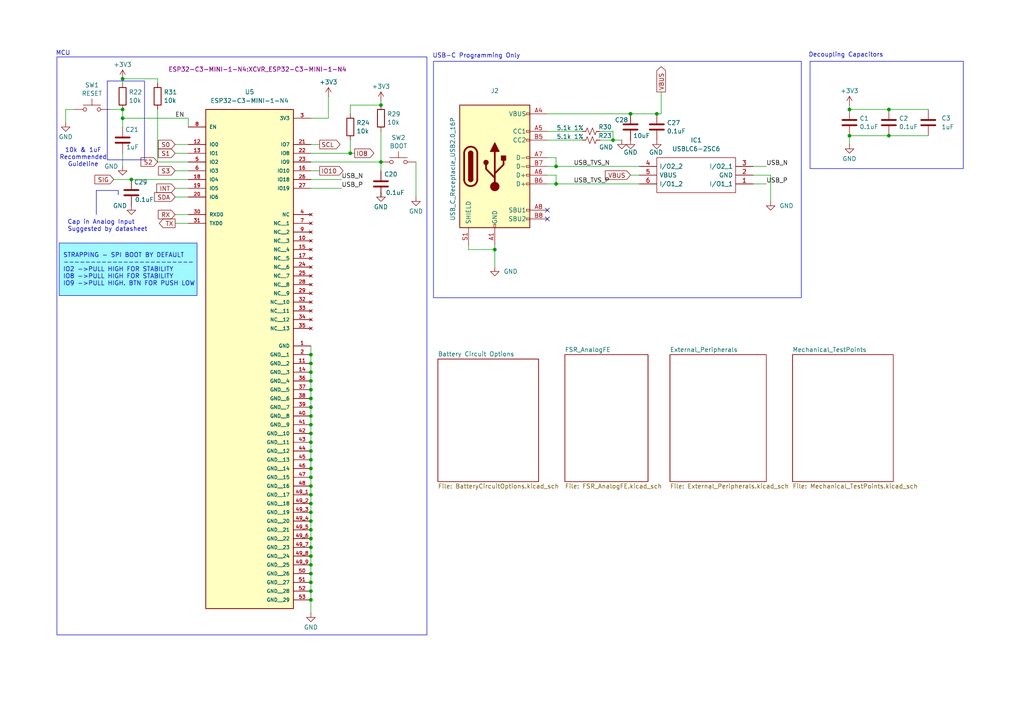
<source format=kicad_sch>
(kicad_sch (version 20250114) (generator "eeschema") (generator_version "9.0")
  (paper "A4")
  (title_block (title "Suela Instrumentada v0.3") (company "GEAR - FPUNE"))
  (lib_symbols
    (symbol "Connector:USB_C_Receptacle_USB2.0_16P" (pin_names (offset 1.016))
      (property "Reference" "J" (at 0 22.225 0))
      (property "Value" "USB_C_Receptacle_USB2.0_16P" (at 0 19.685 0))
      (symbol "USB_C_Receptacle_USB2.0_16P_0_0"
        (rectangle (start -0.254 -17.78) (end 0.254 -16.764))
        (rectangle (start 10.16 15.494) (end 9.144 14.986))
        (rectangle (start 10.16 10.414) (end 9.144 9.906))
        (rectangle (start 10.16 7.874) (end 9.144 7.366))
        (rectangle (start 10.16 2.794) (end 9.144 2.286))
        (rectangle (start 10.16 0.254) (end 9.144 -0.254))
        (rectangle (start 10.16 -2.286) (end 9.144 -2.794))
        (rectangle (start 10.16 -4.826) (end 9.144 -5.334))
        (rectangle (start 10.16 -12.446) (end 9.144 -12.954))
        (rectangle (start 10.16 -14.986) (end 9.144 -15.494))
      )
      (symbol "USB_C_Receptacle_USB2.0_16P_0_1"
        (rectangle (start -10.16 17.78) (end 10.16 -17.78) (stroke (width 0.254)) (fill (type background)))
        (polyline (pts (xy -8.89 -3.81) (xy -8.89 3.81)) (stroke (width 0.508)))
        (rectangle (start -7.62 -3.81) (end -6.35 3.81) (stroke (width 0.254)) (fill (type outline)))
        (arc (start -7.62 3.81) (mid -6.985 4.4423) (end -6.35 3.81) (stroke (width 0.254)))
        (arc (start -7.62 3.81) (mid -6.985 4.4423) (end -6.35 3.81) (stroke (width 0.254)) (fill (type outline)))
        (arc (start -8.89 3.81) (mid -6.985 5.7067) (end -5.08 3.81) (stroke (width 0.508)))
        (arc (start -5.08 -3.81) (mid -6.985 -5.7067) (end -8.89 -3.81) (stroke (width 0.508)))
        (arc (start -6.35 -3.81) (mid -6.985 -4.4423) (end -7.62 -3.81) (stroke (width 0.254)))
        (arc (start -6.35 -3.81) (mid -6.985 -4.4423) (end -7.62 -3.81) (stroke (width 0.254)) (fill (type outline)))
        (polyline (pts (xy -5.08 3.81) (xy -5.08 -3.81)) (stroke (width 0.508)))
        (circle (center -2.54 1.143) (radius 0.635) (stroke (width 0.254)) (fill (type outline)))
        (polyline (pts (xy -1.27 4.318) (xy 0 6.858) (xy 1.27 4.318) (xy -1.27 4.318)) (stroke (width 0.254)) (fill (type outline)))
        (polyline (pts (xy 0 -2.032) (xy 2.54 0.508) (xy 2.54 1.778)) (stroke (width 0.508)))
        (polyline (pts (xy 0 -3.302) (xy -2.54 -0.762) (xy -2.54 0.508)) (stroke (width 0.508)))
        (polyline (pts (xy 0 -5.842) (xy 0 4.318)) (stroke (width 0.508)))
        (circle (center 0 -5.842) (radius 1.27) (fill (type outline)))
        (rectangle (start 1.905 1.778) (end 3.175 3.048) (stroke (width 0.254)) (fill (type outline)))
      )
      (symbol "USB_C_Receptacle_USB2.0_16P_1_1"
        (pin passive line (at -7.62 -22.86 90) (length 5.08) (name "SHIELD") (number "S1"))
        (pin passive line (at 0 -22.86 90) (length 5.08) (name "GND") (number "A1"))
        (pin passive line (at 0 -22.86 90) (length 5.08) (hide yes) (name "GND") (number "A12"))
        (pin passive line (at 0 -22.86 90) (length 5.08) (hide yes) (name "GND") (number "B1"))
        (pin passive line (at 0 -22.86 90) (length 5.08) (hide yes) (name "GND") (number "B12"))
        (pin passive line (at 15.24 15.24 180) (length 5.08) (name "VBUS") (number "A4"))
        (pin passive line (at 15.24 15.24 180) (length 5.08) (hide yes) (name "VBUS") (number "A9"))
        (pin passive line (at 15.24 15.24 180) (length 5.08) (hide yes) (name "VBUS") (number "B4"))
        (pin passive line (at 15.24 15.24 180) (length 5.08) (hide yes) (name "VBUS") (number "B9"))
        (pin bidirectional line (at 15.24 10.16 180) (length 5.08) (name "CC1") (number "A5"))
        (pin bidirectional line (at 15.24 7.62 180) (length 5.08) (name "CC2") (number "B5"))
        (pin bidirectional line (at 15.24 2.54 180) (length 5.08) (name "D-") (number "A7"))
        (pin bidirectional line (at 15.24 0 180) (length 5.08) (name "D-") (number "B7"))
        (pin bidirectional line (at 15.24 -2.54 180) (length 5.08) (name "D+") (number "A6"))
        (pin bidirectional line (at 15.24 -5.08 180) (length 5.08) (name "D+") (number "B6"))
        (pin bidirectional line (at 15.24 -12.7 180) (length 5.08) (name "SBU1") (number "A8"))
        (pin bidirectional line (at 15.24 -15.24 180) (length 5.08) (name "SBU2") (number "B8"))
      )
    )
    (symbol "Device:C" (pin_numbers (hide yes)) (pin_names (offset 0.254))
      (property "Reference" "C" (at 0.635 2.54 0))
      (property "Value" "C" (at 0.635 -2.54 0))
      (symbol "C_0_1"
        (polyline (pts (xy -2.032 0.762) (xy 2.032 0.762)) (stroke (width 0.508)))
        (polyline (pts (xy -2.032 -0.762) (xy 2.032 -0.762)) (stroke (width 0.508)))
      )
      (symbol "C_1_1"
        (pin passive line (at 0 3.81 270) (length 2.794) (name "~") (number "1"))
        (pin passive line (at 0 -3.81 90) (length 2.794) (name "~") (number "2"))
      )
    )
    (symbol "Device:R" (pin_numbers (hide yes)) (pin_names (offset 0))
      (property "Reference" "R" (at 2.032 0 90))
      (property "Value" "R" (at 0 0 90))
      (symbol "R_0_1"
        (rectangle (start -1.016 -2.54) (end 1.016 2.54) (stroke (width 0.254)))
      )
      (symbol "R_1_1"
        (pin passive line (at 0 3.81 270) (length 1.27) (name "~") (number "1"))
        (pin passive line (at 0 -3.81 90) (length 1.27) (name "~") (number "2"))
      )
    )
    (symbol "Device:R_Small_US" (pin_numbers (hide yes)) (pin_names (offset 0.254) (hide yes))
      (property "Reference" "R" (at 0.762 0.508 0))
      (property "Value" "R_Small_US" (at 0.762 -1.016 0))
      (symbol "R_Small_US_1_1"
        (polyline (pts (xy 0 1.524) (xy 1.016 1.143) (xy 0 0.762) (xy -1.016 0.381) (xy 0 0)))
        (polyline (pts (xy 0 0) (xy 1.016 -0.381) (xy 0 -0.762) (xy -1.016 -1.143) (xy 0 -1.524)))
        (pin passive line (at 0 2.54 270) (length 1.016) (name "~") (number "1"))
        (pin passive line (at 0 -2.54 90) (length 1.016) (name "~") (number "2"))
      )
    )
    (symbol "ESP32-C3-MINI-1-N4_1" (pin_names (offset 1.016))
      (property "Reference" "U" (at -12.7 18.796 0))
      (property "Value" "ESP32-C3-MINI-1-N4" (at -12.7 -129.54 0))
      (symbol "ESP32-C3-MINI-1-N4_1_0_0"
        (rectangle (start -12.7 -127) (end 12.7 17.78) (stroke (width 0.254)) (fill (type background)))
        (pin input line (at -17.78 12.7 0) (length 5.08) (name "EN") (number "8"))
        (pin bidirectional line (at -17.78 7.62 0) (length 5.08) (name "IO0") (number "12"))
        (pin bidirectional line (at -17.78 5.08 0) (length 5.08) (name "IO1") (number "13"))
        (pin bidirectional line (at -17.78 2.54 0) (length 5.08) (name "IO2") (number "5"))
        (pin bidirectional line (at -17.78 0 0) (length 5.08) (name "IO3") (number "6"))
        (pin bidirectional line (at -17.78 -2.54 0) (length 5.08) (name "IO4") (number "18"))
        (pin bidirectional line (at -17.78 -5.08 0) (length 5.08) (name "IO5") (number "19"))
        (pin bidirectional line (at -17.78 -7.62 0) (length 5.08) (name "IO6") (number "20"))
        (pin bidirectional line (at -17.78 -12.7 0) (length 5.08) (name "RXD0") (number "30"))
        (pin bidirectional line (at -17.78 -15.24 0) (length 5.08) (name "TXD0") (number "31"))
        (pin power_in line (at 17.78 15.24 180) (length 5.08) (name "3V3") (number "3"))
        (pin bidirectional line (at 17.78 7.62 180) (length 5.08) (name "IO7") (number "21"))
        (pin bidirectional line (at 17.78 5.08 180) (length 5.08) (name "IO8") (number "22"))
        (pin bidirectional line (at 17.78 2.54 180) (length 5.08) (name "IO9") (number "23"))
        (pin bidirectional line (at 17.78 0 180) (length 5.08) (name "IO10") (number "16"))
        (pin bidirectional line (at 17.78 -2.54 180) (length 5.08) (name "IO18") (number "26"))
        (pin bidirectional line (at 17.78 -5.08 180) (length 5.08) (name "IO19") (number "27"))
        (pin no_connect line (at 17.78 -12.7 180) (length 5.08) (name "NC") (number "4"))
        (pin no_connect line (at 17.78 -15.24 180) (length 5.08) (name "NC__1") (number "7"))
        (pin no_connect line (at 17.78 -17.78 180) (length 5.08) (name "NC__2") (number "9"))
        (pin no_connect line (at 17.78 -20.32 180) (length 5.08) (name "NC__3") (number "10"))
        (pin no_connect line (at 17.78 -22.86 180) (length 5.08) (name "NC__4") (number "15"))
        (pin no_connect line (at 17.78 -25.4 180) (length 5.08) (name "NC__5") (number "17"))
        (pin no_connect line (at 17.78 -27.94 180) (length 5.08) (name "NC__6") (number "24"))
        (pin no_connect line (at 17.78 -30.48 180) (length 5.08) (name "NC__7") (number "25"))
        (pin no_connect line (at 17.78 -33.02 180) (length 5.08) (name "NC__8") (number "28"))
        (pin no_connect line (at 17.78 -35.56 180) (length 5.08) (name "NC__9") (number "29"))
        (pin no_connect line (at 17.78 -38.1 180) (length 5.08) (name "NC__10") (number "32"))
        (pin no_connect line (at 17.78 -40.64 180) (length 5.08) (name "NC__11") (number "33"))
        (pin no_connect line (at 17.78 -43.18 180) (length 5.08) (name "NC__12") (number "34"))
        (pin no_connect line (at 17.78 -45.72 180) (length 5.08) (name "NC__13") (number "35"))
        (pin power_in line (at 17.78 -50.8 180) (length 5.08) (name "GND") (number "1"))
        (pin power_in line (at 17.78 -53.34 180) (length 5.08) (name "GND__1") (number "2"))
        (pin power_in line (at 17.78 -55.88 180) (length 5.08) (name "GND__2") (number "11"))
        (pin power_in line (at 17.78 -58.42 180) (length 5.08) (name "GND__3") (number "14"))
        (pin power_in line (at 17.78 -60.96 180) (length 5.08) (name "GND__4") (number "36"))
        (pin power_in line (at 17.78 -63.5 180) (length 5.08) (name "GND__5") (number "37"))
        (pin power_in line (at 17.78 -66.04 180) (length 5.08) (name "GND__6") (number "38"))
        (pin power_in line (at 17.78 -68.58 180) (length 5.08) (name "GND__7") (number "39"))
        (pin power_in line (at 17.78 -71.12 180) (length 5.08) (name "GND__8") (number "40"))
        (pin power_in line (at 17.78 -73.66 180) (length 5.08) (name "GND__9") (number "41"))
        (pin power_in line (at 17.78 -76.2 180) (length 5.08) (name "GND__10") (number "42"))
        (pin power_in line (at 17.78 -78.74 180) (length 5.08) (name "GND__11") (number "43"))
        (pin power_in line (at 17.78 -81.28 180) (length 5.08) (name "GND__12") (number "44"))
        (pin power_in line (at 17.78 -83.82 180) (length 5.08) (name "GND__13") (number "45"))
        (pin power_in line (at 17.78 -86.36 180) (length 5.08) (name "GND__14") (number "46"))
        (pin power_in line (at 17.78 -88.9 180) (length 5.08) (name "GND__15") (number "47"))
        (pin power_in line (at 17.78 -91.44 180) (length 5.08) (name "GND__16") (number "48"))
        (pin power_in line (at 17.78 -93.98 180) (length 5.08) (name "GND__17") (number "49_1"))
        (pin power_in line (at 17.78 -96.52 180) (length 5.08) (name "GND__18") (number "49_2"))
        (pin power_in line (at 17.78 -99.06 180) (length 5.08) (name "GND__19") (number "49_3"))
        (pin power_in line (at 17.78 -101.6 180) (length 5.08) (name "GND__20") (number "49_4"))
        (pin power_in line (at 17.78 -104.14 180) (length 5.08) (name "GND__21") (number "49_5"))
        (pin power_in line (at 17.78 -106.68 180) (length 5.08) (name "GND__22") (number "49_6"))
        (pin power_in line (at 17.78 -109.22 180) (length 5.08) (name "GND__23") (number "49_7"))
        (pin power_in line (at 17.78 -111.76 180) (length 5.08) (name "GND__24") (number "49_8"))
        (pin power_in line (at 17.78 -114.3 180) (length 5.08) (name "GND__25") (number "49_9"))
        (pin power_in line (at 17.78 -116.84 180) (length 5.08) (name "GND__26") (number "50"))
        (pin power_in line (at 17.78 -119.38 180) (length 5.08) (name "GND__27") (number "51"))
        (pin power_in line (at 17.78 -121.92 180) (length 5.08) (name "GND__28") (number "52"))
        (pin power_in line (at 17.78 -124.46 180) (length 5.08) (name "GND__29") (number "53"))
      )
    )
    (symbol "Switch:SW_Push" (pin_numbers (hide yes)) (pin_names (offset 1.016) (hide yes))
      (property "Reference" "SW" (at 1.27 2.54 0))
      (property "Value" "SW_Push" (at 0 -1.524 0))
      (symbol "SW_Push_0_1"
        (circle (center -2.032 0) (radius 0.508))
        (polyline (pts (xy 0 1.27) (xy 0 3.048)))
        (circle (center 2.032 0) (radius 0.508))
        (polyline (pts (xy 2.54 1.27) (xy -2.54 1.27)))
        (pin passive line (at -5.08 0 0) (length 2.54) (name "1") (number "1"))
        (pin passive line (at 5.08 0 180) (length 2.54) (name "2") (number "2"))
      )
    )
    (symbol "USBLC6-2SC6:USBLC6-2SC6" (pin_names (offset 0.762))
      (property "Reference" "IC" (at 29.21 7.62 0))
      (property "Value" "USBLC6-2SC6" (at 29.21 5.08 0))
      (symbol "USBLC6-2SC6_0_0"
        (pin passive line (at 0 0 0) (length 5.08) (name "I/O1_1") (number "1"))
        (pin passive line (at 0 -2.54 0) (length 5.08) (name "GND") (number "2"))
        (pin passive line (at 0 -5.08 0) (length 5.08) (name "I/O2_1") (number "3"))
        (pin passive line (at 33.02 0 180) (length 5.08) (name "I/O1_2") (number "6"))
        (pin passive line (at 33.02 -2.54 180) (length 5.08) (name "VBUS") (number "5"))
        (pin passive line (at 33.02 -5.08 180) (length 5.08) (name "I/O2_2") (number "4"))
      )
      (symbol "USBLC6-2SC6_0_1"
        (polyline (pts (xy 5.08 2.54) (xy 27.94 2.54) (xy 27.94 -7.62) (xy 5.08 -7.62) (xy 5.08 2.54)) (stroke (width 0.1524)))
      )
    )
    (symbol "power:+3V3" (power) (pin_numbers (hide yes)) (pin_names (offset 0) (hide yes))
      (property "Value" "+3V3" (at 0 3.556 0))
      (symbol "+3V3_0_1"
        (polyline (pts (xy -0.762 1.27) (xy 0 2.54)))
        (polyline (pts (xy 0 2.54) (xy 0.762 1.27)))
        (polyline (pts (xy 0 0) (xy 0 2.54)))
      )
      (symbol "+3V3_1_1"
        (pin power_in line (at 0 0 90) (length 0) (name "~") (number "1"))
      )
    )
    (symbol "power:GND" (power) (pin_numbers (hide yes)) (pin_names (offset 0) (hide yes))
      (property "Value" "GND" (at 0 -3.81 0))
      (symbol "GND_0_1"
        (polyline (pts (xy 0 0) (xy 0 -1.27) (xy 1.27 -1.27) (xy 0 -2.54) (xy -1.27 -1.27) (xy 0 -1.27)))
      )
      (symbol "GND_1_1"
        (pin power_in line (at 0 0 270) (length 0) (name "~") (number "1"))
      )
    )
  )
  (rectangle (start 17.145 70.485) (end 57.15 85.725) (fill (type color) (color 159 249 255 1)))
  (rectangle (start 234.95 17.78) (end 279.4 48.895))
  (rectangle (start 16.51 16.51) (end 123.825 184.15))
  (rectangle (start 31.115 23.495) (end 41.91 46.355))
  (rectangle (start 125.73 17.78) (end 232.41 86.36))
  (text "USB-C Programming Only" (at 138.176 16.256 0) (effects (font (size 1.27 1.27))))
  (text "STRAPPING - SPI BOOT BY DEFAULT\n------------------------\nIO2 ->PULL HIGH FOR STABILITY\nIO8 ->PULL HIGH FOR STABILITY\nIO9 ->PULL HIGH. BTN FOR PUSH LOW\n" (at 18.288 78.232 0) (effects (font (size 1.27 1.27)) (justify left)))
  (text "MCU" (at 18.288 15.494 0) (effects (font (size 1.27 1.27))))
  (text "10k & 1uF\nRecommended\nGuideline\n" (at 24.13 45.72 0) (effects (font (size 1.27 1.27))))
  (text "Cap in Analog Input\nSuggested by datasheet\n" (at 19.558 65.532 0) (effects (font (size 1.27 1.27)) (justify left)))
  (text "Decoupling Capacitors\n" (at 245.364 16.002 0) (effects (font (size 1.27 1.27))))
  (junction (at 90.17 140.97))
  (junction (at 110.49 30.48))
  (junction (at 110.49 46.99))
  (junction (at 90.17 115.57))
  (junction (at 90.17 105.41))
  (junction (at 182.88 33.02))
  (junction (at 90.17 107.95))
  (junction (at 90.17 123.19))
  (junction (at 161.29 48.26))
  (junction (at 90.17 130.81))
  (junction (at 90.17 163.83))
  (junction (at 90.17 135.89))
  (junction (at 143.51 72.39))
  (junction (at 190.5 33.02))
  (junction (at 90.17 125.73))
  (junction (at 246.38 39.37))
  (junction (at 90.17 146.05))
  (junction (at 35.56 34.29))
  (junction (at 90.17 148.59))
  (junction (at 246.38 31.75))
  (junction (at 35.56 31.75))
  (junction (at 90.17 151.13))
  (junction (at 257.81 39.37))
  (junction (at 177.8 40.64))
  (junction (at 90.17 168.91))
  (junction (at 90.17 102.87))
  (junction (at 90.17 138.43))
  (junction (at 90.17 171.45))
  (junction (at 90.17 173.99))
  (junction (at 90.17 128.27))
  (junction (at 90.17 113.03))
  (junction (at 257.81 31.75))
  (junction (at 35.56 22.86))
  (junction (at 90.17 166.37))
  (junction (at 90.17 156.21))
  (junction (at 38.1 52.07))
  (junction (at 90.17 143.51))
  (junction (at 90.17 120.65))
  (junction (at 90.17 133.35))
  (junction (at 90.17 110.49))
  (junction (at 90.17 158.75))
  (junction (at 90.17 118.11))
  (junction (at 161.29 53.34))
  (junction (at 90.17 153.67))
  (junction (at 101.6 44.45))
  (junction (at 90.17 161.29))
  (no_connect (at 158.75 63.5))
  (no_connect (at 158.75 60.96))
  (wire (pts (xy 90.17 100.33) (xy 90.17 102.87)))
  (wire (pts (xy 257.81 39.37) (xy 269.24 39.37)))
  (wire (pts (xy 246.38 30.48) (xy 246.38 31.75)))
  (wire (pts (xy 101.6 40.64) (xy 101.6 44.45)))
  (wire (pts (xy 110.49 29.21) (xy 110.49 30.48)))
  (wire (pts (xy 246.38 41.91) (xy 246.38 39.37)))
  (wire (pts (xy 161.29 48.26) (xy 185.42 48.26)))
  (wire (pts (xy 90.17 133.35) (xy 90.17 135.89)))
  (wire (pts (xy 177.8 40.64) (xy 177.8 38.1)))
  (wire (pts (xy 246.38 31.75) (xy 257.81 31.75)))
  (wire (pts (xy 90.17 115.57) (xy 90.17 118.11)))
  (wire (pts (xy 90.17 158.75) (xy 90.17 161.29)))
  (wire (pts (xy 102.87 44.45) (xy 101.6 44.45)))
  (wire (pts (xy 90.17 102.87) (xy 90.17 105.41)))
  (wire (pts (xy 90.17 146.05) (xy 90.17 148.59)))
  (wire (pts (xy 50.8 41.91) (xy 54.61 41.91)))
  (wire (pts (xy 218.44 50.8) (xy 223.52 50.8)))
  (wire (pts (xy 19.05 31.75) (xy 19.05 35.56)))
  (wire (pts (xy 50.8 64.77) (xy 54.61 64.77)))
  (wire (pts (xy 161.29 53.34) (xy 161.29 50.8)))
  (wire (pts (xy 143.51 71.12) (xy 143.51 72.39)))
  (wire (pts (xy 90.17 140.97) (xy 90.17 143.51)))
  (wire (pts (xy 177.8 40.64) (xy 180.34 40.64)))
  (wire (pts (xy 223.52 50.8) (xy 223.52 58.42)))
  (wire (pts (xy 95.25 34.29) (xy 90.17 34.29)))
  (wire (pts (xy 182.88 50.8) (xy 185.42 50.8)))
  (wire (pts (xy 90.17 138.43) (xy 90.17 140.97)))
  (wire (pts (xy 90.17 156.21) (xy 90.17 158.75)))
  (wire (pts (xy 95.25 27.94) (xy 95.25 34.29)))
  (wire (pts (xy 90.17 118.11) (xy 90.17 120.65)))
  (wire (pts (xy 90.17 153.67) (xy 90.17 156.21)))
  (wire (pts (xy 90.17 105.41) (xy 90.17 107.95)))
  (wire (pts (xy 222.25 53.34) (xy 218.44 53.34)))
  (wire (pts (xy 45.72 31.75) (xy 45.72 46.99)))
  (wire (pts (xy 90.17 143.51) (xy 90.17 146.05)))
  (wire (pts (xy 182.88 33.02) (xy 190.5 33.02)))
  (wire (pts (xy 90.17 113.03) (xy 90.17 115.57)))
  (polyline (pts (xy 27.94 62.23) (xy 27.94 55.245)))
  (wire (pts (xy 173.99 40.64) (xy 177.8 40.64)))
  (wire (pts (xy 38.1 52.07) (xy 54.61 52.07)))
  (wire (pts (xy 110.49 46.99) (xy 110.49 49.53)))
  (wire (pts (xy 191.77 26.67) (xy 191.77 33.02)))
  (wire (pts (xy 90.17 171.45) (xy 90.17 173.99)))
  (wire (pts (xy 35.56 34.29) (xy 35.56 36.83)))
  (wire (pts (xy 168.91 38.1) (xy 158.75 38.1)))
  (wire (pts (xy 92.71 49.53) (xy 90.17 49.53)))
  (wire (pts (xy 158.75 50.8) (xy 161.29 50.8)))
  (wire (pts (xy 90.17 161.29) (xy 90.17 163.83)))
  (wire (pts (xy 35.56 22.86) (xy 35.56 24.13)))
  (wire (pts (xy 101.6 33.02) (xy 101.6 30.48)))
  (wire (pts (xy 92.71 41.91) (xy 90.17 41.91)))
  (wire (pts (xy 90.17 130.81) (xy 90.17 133.35)))
  (wire (pts (xy 158.75 53.34) (xy 161.29 53.34)))
  (wire (pts (xy 110.49 57.15) (xy 110.49 55.88)))
  (wire (pts (xy 90.17 125.73) (xy 90.17 128.27)))
  (wire (pts (xy 35.56 31.75) (xy 35.56 34.29)))
  (wire (pts (xy 161.29 53.34) (xy 185.42 53.34)))
  (wire (pts (xy 191.77 33.02) (xy 190.5 33.02)))
  (wire (pts (xy 50.8 44.45) (xy 54.61 44.45)))
  (wire (pts (xy 90.17 46.99) (xy 110.49 46.99)))
  (wire (pts (xy 54.61 34.29) (xy 54.61 36.83)))
  (wire (pts (xy 90.17 128.27) (xy 90.17 130.81)))
  (wire (pts (xy 143.51 77.47) (xy 143.51 72.39)))
  (wire (pts (xy 222.25 48.26) (xy 218.44 48.26)))
  (wire (pts (xy 50.8 57.15) (xy 54.61 57.15)))
  (wire (pts (xy 50.8 54.61) (xy 54.61 54.61)))
  (polyline (pts (xy 34.29 55.245) (xy 34.29 56.515)))
  (wire (pts (xy 35.56 48.26) (xy 35.56 44.45)))
  (wire (pts (xy 143.51 72.39) (xy 135.89 72.39)))
  (wire (pts (xy 135.89 71.12) (xy 135.89 72.39)))
  (wire (pts (xy 35.56 34.29) (xy 54.61 34.29)))
  (wire (pts (xy 90.17 168.91) (xy 90.17 171.45)))
  (wire (pts (xy 90.17 123.19) (xy 90.17 125.73)))
  (wire (pts (xy 90.17 151.13) (xy 90.17 153.67)))
  (wire (pts (xy 50.8 62.23) (xy 54.61 62.23)))
  (wire (pts (xy 19.05 31.75) (xy 21.59 31.75)))
  (wire (pts (xy 90.17 107.95) (xy 90.17 110.49)))
  (wire (pts (xy 90.17 166.37) (xy 90.17 168.91)))
  (polyline (pts (xy 27.94 55.245) (xy 34.29 55.245)))
  (wire (pts (xy 99.06 54.61) (xy 90.17 54.61)))
  (wire (pts (xy 246.38 39.37) (xy 257.81 39.37)))
  (wire (pts (xy 101.6 44.45) (xy 90.17 44.45)))
  (wire (pts (xy 168.91 40.64) (xy 158.75 40.64)))
  (wire (pts (xy 31.75 31.75) (xy 35.56 31.75)))
  (wire (pts (xy 90.17 148.59) (xy 90.17 151.13)))
  (wire (pts (xy 110.49 38.1) (xy 110.49 46.99)))
  (wire (pts (xy 45.72 46.99) (xy 54.61 46.99)))
  (wire (pts (xy 257.81 31.75) (xy 269.24 31.75)))
  (wire (pts (xy 101.6 30.48) (xy 110.49 30.48)))
  (wire (pts (xy 161.29 48.26) (xy 161.29 45.72)))
  (wire (pts (xy 90.17 163.83) (xy 90.17 166.37)))
  (wire (pts (xy 90.17 135.89) (xy 90.17 138.43)))
  (wire (pts (xy 90.17 173.99) (xy 90.17 177.8)))
  (wire (pts (xy 50.8 49.53) (xy 54.61 49.53)))
  (wire (pts (xy 158.75 48.26) (xy 161.29 48.26)))
  (wire (pts (xy 158.75 45.72) (xy 161.29 45.72)))
  (wire (pts (xy 90.17 110.49) (xy 90.17 113.03)))
  (wire (pts (xy 45.72 24.13) (xy 45.72 22.86)))
  (wire (pts (xy 182.88 33.02) (xy 158.75 33.02)))
  (wire (pts (xy 99.06 52.07) (xy 90.17 52.07)))
  (wire (pts (xy 90.17 120.65) (xy 90.17 123.19)))
  (wire (pts (xy 45.72 22.86) (xy 35.56 22.86)))
  (wire (pts (xy 173.99 38.1) (xy 177.8 38.1)))
  (wire (pts (xy 120.65 57.15) (xy 120.65 46.99)))
  (wire (pts (xy 33.02 52.07) (xy 38.1 52.07)))
  (label "EN" (at 50.8 34.29 0))
  (label "USB_TVS_N" (at 166.37 48.26 0))
  (label "USB_TVS_P" (at 166.37 53.34 0))
  (label "USB_N" (at 99.06 52.07 0))
  (label "USB_P" (at 222.25 53.34 0))
  (label "USB_P" (at 99.06 54.61 0))
  (label "USB_N" (at 222.25 48.26 0))
  (global_label "VBUS" (shape input) (at 182.88 50.8 180) (property "Intersheetrefs" "${INTERSHEET_REFS}" (effects (hide yes))))
  (global_label "TX" (shape output) (at 50.8 64.77 180) (property "Intersheetrefs" "${INTERSHEET_REFS}" (effects (hide yes))))
  (global_label "IO10" (shape output) (at 92.71 49.53 0) (property "Intersheetrefs" "${INTERSHEET_REFS}" (effects (hide yes))))
  (global_label "IO8" (shape output) (at 102.87 44.45 0) (property "Intersheetrefs" "${INTERSHEET_REFS}" (effects (hide yes))))
  (global_label "INT" (shape input) (at 50.8 54.61 180) (property "Intersheetrefs" "${INTERSHEET_REFS}" (effects (hide yes))))
  (global_label "S1" (shape input) (at 50.8 44.45 180) (property "Intersheetrefs" "${INTERSHEET_REFS}" (effects (hide yes))))
  (global_label "S2" (shape input) (at 45.72 46.99 180) (property "Intersheetrefs" "${INTERSHEET_REFS}" (effects (hide yes))))
  (global_label "S0" (shape input) (at 50.8 41.91 180) (property "Intersheetrefs" "${INTERSHEET_REFS}" (effects (hide yes))))
  (global_label "SDA" (shape input) (at 50.8 57.15 180) (property "Intersheetrefs" "${INTERSHEET_REFS}" (effects (hide yes))))
  (global_label "SIG" (shape input) (at 33.02 52.07 180) (property "Intersheetrefs" "${INTERSHEET_REFS}" (effects (hide yes))))
  (global_label "VBUS" (shape output) (at 191.77 26.67 90) (property "Intersheetrefs" "${INTERSHEET_REFS}" (effects (hide yes))))
  (global_label "RX" (shape input) (at 50.8 62.23 180) (property "Intersheetrefs" "${INTERSHEET_REFS}" (effects (hide yes))))
  (global_label "S3" (shape input) (at 50.8 49.53 180) (property "Intersheetrefs" "${INTERSHEET_REFS}" (effects (hide yes))))
  (global_label "SCL" (shape output) (at 92.71 41.91 0) (property "Intersheetrefs" "${INTERSHEET_REFS}" (effects (hide yes))))
  (symbol (lib_id "USBLC6-2SC6:USBLC6-2SC6") (at 218.44 53.34 180) (unit 1)
    (property "Reference" "IC1" (at 201.93 40.64 0))
    (property "Value" "USBLC6-2SC6" (at 201.93 43.18 0))
    (property "Footprint" "USBLC6-2SC6:SOT95P280X145-6N" (effects (hide yes)))
    (property "Datasheet" "http://www.st.com/st-web-ui/static/active/en/resource/technical/document/datasheet/CD00050750.pdf" (effects (hide yes)))
    (property "Description" "TVS Diode Array Uni-Directional USBLC6-2SC6 17V, SOT-23 6-Pin" (effects (hide yes)))
    (property "Description_1" "TVS Diode Array Uni-Directional USBLC6-2SC6 17V, SOT-23 6-Pin" (effects (hide yes)))
    (property "Height" "1.45" (effects (hide yes)))
    (property "Mouser Part Number" "511-USBLC6-2SC6" (effects (hide yes)))
    (property "Mouser Price/Stock" "https://www.mouser.co.uk/ProductDetail/STMicroelectronics/USBLC6-2SC6?qs=po45yt2pPpu%2FhNIlwQdTlg%3D%3D" (effects (hide yes)))
    (property "Manufacturer_Name" "STMicroelectronics" (effects (hide yes)))
    (property "Manufacturer_Part_Number" "USBLC6-2SC6" (effects (hide yes)))
  )
  (symbol (lib_id "Device:R") (at 101.6 36.83 0) (unit 1)
    (property "Reference" "R24" (at 103.378 35.6178 0) (effects (justify left)))
    (property "Value" "10k" (at 103.378 38.0421 0) (effects (justify left)))
    (property "Footprint" "Resistor_SMD:R_0805_2012Metric" (effects (hide yes)))
    (property "Description" "Resistor" (effects (hide yes)))
  )
  (symbol (lib_id "Device:C") (at 182.88 36.83 0) (unit 1)
    (property "Reference" "C28" (at 178.308 34.798 0) (effects (justify left)))
    (property "Value" "10uF" (at 183.642 39.37 0) (effects (justify left)))
    (property "Footprint" "Capacitor_SMD:C_0805_2012Metric_Pad1.18x1.45mm_HandSolder" (effects (hide yes)))
    (property "Description" "Unpolarized capacitor" (effects (hide yes)))
  )
  (symbol (lib_id "power:GND") (at 190.5 40.64 0) (unit 1)
    (property "Reference" "#PWR063" (effects (hide yes)))
    (property "Value" "GND" (at 188.214 44.196 0) (effects (justify left)))
    (property "Description" "Power symbol creates a global label with name \"GND\" , ground" (effects (hide yes)))
  )
  (symbol (lib_id "Device:R") (at 110.49 34.29 0) (unit 1)
    (property "Reference" "R29" (at 112.268 33.0778 0) (effects (justify left)))
    (property "Value" "10k" (at 112.268 35.5021 0) (effects (justify left)))
    (property "Footprint" "Resistor_SMD:R_0805_2012Metric" (effects (hide yes)))
    (property "Description" "Resistor" (effects (hide yes)))
  )
  (symbol (lib_id "power:+3V3") (at 246.38 30.48 0) (unit 1)
    (property "Reference" "#PWR053" (effects (hide yes)))
    (property "Value" "+3V3" (at 246.38 26.3469 0))
    (property "Description" "Power symbol creates a global label with name \"+3V3\"" (effects (hide yes)))
  )
  (symbol (lib_id "Device:R") (at 45.72 27.94 0) (unit 1)
    (property "Reference" "R31" (at 47.498 26.7278 0) (effects (justify left)))
    (property "Value" "10k" (at 47.498 29.1521 0) (effects (justify left)))
    (property "Footprint" "Resistor_SMD:R_0805_2012Metric" (effects (hide yes)))
    (property "Description" "Resistor" (effects (hide yes)))
  )
  (symbol (lib_id "power:GND") (at 120.65 57.15 0) (mirror y) (unit 1)
    (property "Reference" "#PWR049" (effects (hide yes)))
    (property "Value" "GND" (at 120.65 61.2831 0))
    (property "Description" "Power symbol creates a global label with name \"GND\" , ground" (effects (hide yes)))
  )
  (symbol (lib_id "power:GND") (at 38.1 59.69 0) (unit 1)
    (property "Reference" "#PWR065" (effects (hide yes)))
    (property "Value" "GND" (at 34.798 59.69 0))
    (property "Description" "Power symbol creates a global label with name \"GND\" , ground" (effects (hide yes)))
  )
  (symbol (lib_id "power:GND") (at 182.88 40.64 0) (unit 1)
    (property "Reference" "#PWR064" (effects (hide yes)))
    (property "Value" "GND" (at 180.848 44.196 0) (effects (justify left)))
    (property "Description" "Power symbol creates a global label with name \"GND\" , ground" (effects (hide yes)))
  )
  (symbol (lib_id "Switch:SW_Push") (at 26.67 31.75 0) (unit 1)
    (property "Reference" "SW1" (at 26.67 24.6845 0))
    (property "Value" "RESET" (at 26.67 27.1088 0))
    (property "Footprint" "Button_Switch_SMD:SW_Push_SPST_NO_Alps_SKRK" (effects (hide yes)))
    (property "Description" "Push button switch, generic, two pins" (effects (hide yes)))
  )
  (symbol (lib_name "ESP32-C3-MINI-1-N4_1") (lib_id "ESP32-C3-MINI-1-N4:ESP32-C3-MINI-1-N4") (at 72.39 49.53 0) (unit 1)
    (property "Reference" "U5" (at 72.39 26.67 0))
    (property "Value" "ESP32-C3-MINI-1-N4" (at 72.39 29.21 0))
    (property "Footprint" "ESP32-C3-MINI-1-N4:XCVR_ESP32-C3-MINI-1-N4" (at 74.676 20.828 0) (effects (justify bottom)))
    (property "MF" "Espressif Systems" (effects (hide yes)))
    (property "MAXIMUM_PACKAGE_HEIGHT" "2.55mm" (effects (hide yes)))
    (property "Package" "SMD-53 Espressif Systems" (effects (hide yes)))
    (property "Price" "None" (effects (hide yes)))
    (property "Check_prices" "https://www.snapeda.com/parts/ESP32-C3-MINI-1-N4/Espressif+Systems/view-part/?ref=eda" (effects (hide yes)))
    (property "STANDARD" "Manufacturer Recommendations" (effects (hide yes)))
    (property "PARTREV" "v1.0" (effects (hide yes)))
    (property "SnapEDA_Link" "https://www.snapeda.com/parts/ESP32-C3-MINI-1-N4/Espressif+Systems/view-part/?ref=snap" (effects (hide yes)))
    (property "MP" "ESP32-C3-MINI-1-N4" (effects (hide yes)))
    (property "Description_1" "Bluetooth, WiFi 802.11b/g/n, Bluetooth v5.0 Transceiver Module 2.412GHz ~ 2.484GHz PCB Trace Surface Mount" (effects (hide yes)))
    (property "Availability" "In Stock" (effects (hide yes)))
    (property "MANUFACTURER" "Espressif Systems" (effects (hide yes)))
  )
  (symbol (lib_id "power:GND") (at 110.49 55.88 0) (mirror y) (unit 1)
    (property "Reference" "#PWR050" (effects (hide yes)))
    (property "Value" "GND" (at 110.49 60.0131 0))
    (property "Description" "Power symbol creates a global label with name \"GND\" , ground" (effects (hide yes)))
  )
  (symbol (lib_id "power:+3V3") (at 95.25 27.94 0) (unit 1)
    (property "Reference" "#PWR01" (effects (hide yes)))
    (property "Value" "+3V3" (at 95.25 23.8069 0))
    (property "Description" "Power symbol creates a global label with name \"+3V3\"" (effects (hide yes)))
  )
  (symbol (lib_id "Device:C") (at 257.81 35.56 0) (unit 1)
    (property "Reference" "C2" (at 260.731 34.3478 0) (effects (justify left)))
    (property "Value" "0.1uF" (at 260.731 36.7721 0) (effects (justify left)))
    (property "Footprint" "Capacitor_SMD:C_0805_2012Metric_Pad1.18x1.45mm_HandSolder" (effects (hide yes)))
    (property "Description" "Unpolarized capacitor" (effects (hide yes)))
  )
  (symbol (lib_id "Device:C") (at 38.1 55.88 180) (unit 1)
    (property "Reference" "C29" (at 38.862 52.832 0) (effects (justify right)))
    (property "Value" "0.1uF" (at 39.116 57.912 0) (effects (justify right)))
    (property "Footprint" "Capacitor_SMD:C_0805_2012Metric_Pad1.18x1.45mm_HandSolder" (effects (hide yes)))
    (property "Description" "Unpolarized capacitor" (effects (hide yes)))
  )
  (symbol (lib_id "power:GND") (at 35.56 48.26 0) (unit 1)
    (property "Reference" "#PWR052" (effects (hide yes)))
    (property "Value" "GND" (at 32.258 48.26 0))
    (property "Description" "Power symbol creates a global label with name \"GND\" , ground" (effects (hide yes)))
  )
  (symbol (lib_id "power:GND") (at 246.38 41.91 0) (unit 1)
    (property "Reference" "#PWR02" (effects (hide yes)))
    (property "Value" "GND" (at 246.38 46.0431 0))
    (property "Description" "Power symbol creates a global label with name \"GND\" , ground" (effects (hide yes)))
  )
  (symbol (lib_id "Device:C") (at 190.5 36.83 0) (unit 1)
    (property "Reference" "C27" (at 193.421 35.6178 0) (effects (justify left)))
    (property "Value" "0.1uF" (at 193.421 38.0421 0) (effects (justify left)))
    (property "Footprint" "Capacitor_SMD:C_0805_2012Metric_Pad1.18x1.45mm_HandSolder" (effects (hide yes)))
    (property "Description" "Unpolarized capacitor" (effects (hide yes)))
  )
  (symbol (lib_id "Connector:USB_C_Receptacle_USB2.0_16P") (at 143.51 48.26 0) (unit 1)
    (property "Reference" "J2" (at 143.51 26.3355 0))
    (property "Value" "USB_C_Receptacle_USB2.0_16P" (at 131.318 49.022 90))
    (property "Footprint" "USB_C_Receptacle_16P_SMD_pins_THT_mech:USB_C_Receptacle_GCT_USB4105-xx-A_16P_TopMnt_Horizontal" (effects (hide yes)))
    (property "Datasheet" "https://www.usb.org/sites/default/files/documents/usb_type-c.zip" (effects (hide yes)))
    (property "Description" "USB 2.0-only 16P Type-C Receptacle connector" (effects (hide yes)))
  )
  (symbol (lib_id "power:GND") (at 223.52 58.42 0) (unit 1)
    (property "Reference" "#PWR061" (effects (hide yes)))
    (property "Value" "GND" (at 226.06 59.6899 0) (effects (justify left)))
    (property "Description" "Power symbol creates a global label with name \"GND\" , ground" (effects (hide yes)))
  )
  (symbol (lib_id "power:GND") (at 19.05 35.56 0) (unit 1)
    (property "Reference" "#PWR048" (effects (hide yes)))
    (property "Value" "GND" (at 19.05 39.6931 0))
    (property "Description" "Power symbol creates a global label with name \"GND\" , ground" (effects (hide yes)))
  )
  (symbol (lib_id "Device:C") (at 110.49 53.34 0) (mirror x) (unit 1)
    (property "Reference" "C20" (at 115.316 50.546 0) (effects (justify right)))
    (property "Value" "0.1uF" (at 117.348 55.88 0) (effects (justify right)))
    (property "Footprint" "Capacitor_SMD:C_0805_2012Metric_Pad1.18x1.45mm_HandSolder" (effects (hide yes)))
    (property "Description" "Unpolarized capacitor" (effects (hide yes)))
  )
  (symbol (lib_id "Switch:SW_Push") (at 115.57 46.99 0) (mirror y) (unit 1)
    (property "Reference" "SW2" (at 115.57 39.9245 0))
    (property "Value" "BOOT" (at 115.57 42.3488 0))
    (property "Footprint" "Button_Switch_SMD:SW_Push_SPST_NO_Alps_SKRK" (effects (hide yes)))
    (property "Description" "Push button switch, generic, two pins" (effects (hide yes)))
  )
  (symbol (lib_id "Device:R_Small_US") (at 171.45 40.64 90) (unit 1)
    (property "Reference" "R23" (at 175.514 39.37 90))
    (property "Value" "5.1k 1%" (at 165.354 39.624 90))
    (property "Footprint" "Resistor_SMD:R_0805_2012Metric" (effects (hide yes)))
    (property "Description" "Resistor, small US symbol" (effects (hide yes)))
  )
  (symbol (lib_id "Device:C") (at 35.56 40.64 180) (unit 1)
    (property "Reference" "C21" (at 36.322 37.592 0) (effects (justify right)))
    (property "Value" "1uF" (at 36.576 42.672 0) (effects (justify right)))
    (property "Footprint" "Capacitor_SMD:C_0805_2012Metric_Pad1.18x1.45mm_HandSolder" (effects (hide yes)))
    (property "Description" "Unpolarized capacitor" (effects (hide yes)))
  )
  (symbol (lib_id "Device:R") (at 35.56 27.94 0) (unit 1)
    (property "Reference" "R22" (at 37.338 26.7278 0) (effects (justify left)))
    (property "Value" "10k" (at 37.338 29.1521 0) (effects (justify left)))
    (property "Footprint" "Resistor_SMD:R_0805_2012Metric" (effects (hide yes)))
    (property "Description" "Resistor" (effects (hide yes)))
  )
  (symbol (lib_id "Device:C") (at 246.38 35.56 0) (unit 1)
    (property "Reference" "C1" (at 249.301 34.3478 0) (effects (justify left)))
    (property "Value" "0.1uF" (at 249.301 36.7721 0) (effects (justify left)))
    (property "Footprint" "Capacitor_SMD:C_0805_2012Metric_Pad1.18x1.45mm_HandSolder" (effects (hide yes)))
    (property "Description" "Unpolarized capacitor" (effects (hide yes)))
  )
  (symbol (lib_id "power:GND") (at 180.34 40.64 0) (unit 1)
    (property "Reference" "#PWR07" (effects (hide yes)))
    (property "Value" "GND" (at 173.736 42.672 0) (effects (justify left)))
    (property "Description" "Power symbol creates a global label with name \"GND\" , ground" (effects (hide yes)))
  )
  (symbol (lib_id "power:+3V3") (at 110.49 29.21 0) (mirror y) (unit 1)
    (property "Reference" "#PWR059" (effects (hide yes)))
    (property "Value" "+3V3" (at 110.49 25.0769 0))
    (property "Description" "Power symbol creates a global label with name \"+3V3\"" (effects (hide yes)))
  )
  (symbol (lib_id "Device:R_Small_US") (at 171.45 38.1 90) (unit 1)
    (property "Reference" "R30" (at 175.514 36.83 90))
    (property "Value" "5.1k 1%" (at 165.354 37.084 90))
    (property "Footprint" "Resistor_SMD:R_0805_2012Metric" (effects (hide yes)))
    (property "Description" "Resistor, small US symbol" (effects (hide yes)))
  )
  (symbol (lib_id "Device:C") (at 269.24 35.56 0) (unit 1)
    (property "Reference" "C3" (at 273.05 34.2899 0) (effects (justify left)))
    (property "Value" "1uF" (at 273.05 36.8299 0) (effects (justify left)))
    (property "Footprint" "Capacitor_SMD:C_0805_2012Metric_Pad1.18x1.45mm_HandSolder" (effects (hide yes)))
    (property "Description" "Unpolarized capacitor" (effects (hide yes)))
  )
  (symbol (lib_id "power:+3V3") (at 35.56 22.86 0) (unit 1)
    (property "Reference" "#PWR051" (effects (hide yes)))
    (property "Value" "+3V3" (at 35.56 18.7269 0))
    (property "Description" "Power symbol creates a global label with name \"+3V3\"" (effects (hide yes)))
  )
  (symbol (lib_id "power:GND") (at 90.17 177.8 0) (unit 1)
    (property "Reference" "#PWR054" (effects (hide yes)))
    (property "Value" "GND" (at 90.17 181.9331 0))
    (property "Description" "Power symbol creates a global label with name \"GND\" , ground" (effects (hide yes)))
  )
  (symbol (lib_id "power:GND") (at 143.51 77.47 0) (unit 1)
    (property "Reference" "#PWR043" (effects (hide yes)))
    (property "Value" "GND" (at 146.05 78.7399 0) (effects (justify left)))
    (property "Description" "Power symbol creates a global label with name \"GND\" , ground" (effects (hide yes)))
  )
  (sheet (at 194.31 102.87) (size 27.94 36.83) (stroke (width 0.1524))
    (property "Sheetname" "External_Peripherals" (at 194.31 102.1584 0) (effects (justify left bottom)))
    (property "Sheetfile" "External_Peripherals.kicad_sch" (at 194.31 140.2846 0) (effects (justify left top)))
  )
  (sheet (at 127 104.14) (size 29.21 35.56) (stroke (width 0.1524))
    (property "Sheetname" "Battery Circuit Options" (at 127 103.4284 0) (effects (justify left bottom)))
    (property "Sheetfile" "BatteryCircuitOptions.kicad_sch" (at 127 140.2846 0) (effects (justify left top)))
  )
  (sheet (at 229.87 102.87) (size 29.21 36.83) (stroke (width 0.1524))
    (property "Sheetname" "Mechanical_TestPoints" (at 229.87 102.1584 0) (effects (justify left bottom)))
    (property "Sheetfile" "Mechanical_TestPoints.kicad_sch" (at 229.87 140.2846 0) (effects (justify left top)))
  )
  (sheet (at 163.83 102.87) (size 24.13 36.83) (stroke (width 0.1524))
    (property "Sheetname" "FSR_AnalogFE" (at 163.83 102.1584 0) (effects (justify left bottom)))
    (property "Sheetfile" "FSR_AnalogFE.kicad_sch" (at 163.83 140.2846 0) (effects (justify left top)))
  )
)
</source>
